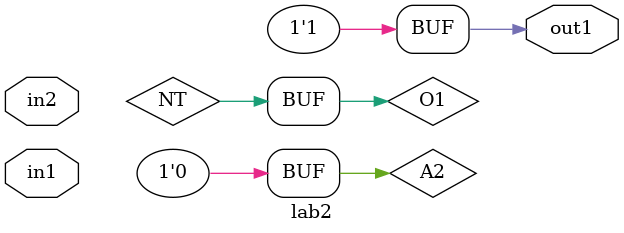
<source format=v>
/**************************************************************************************************
***												***
*** EE 526 L Experiment #2					Jaymish patel, Spring, 2021	***
***												***
*** Experiment #2  Change in Waveform due to delay						***
***												***
***************************************************************************************************
***  Filename: lab2_3.v				     	      Created by Jaymish patel, 2/9/21 	***
***    --- revision history, if any, goes here ---						***
***************************************************************************************************
*** This module models the case 4 of the given circuit in the lab manual			***
***												***
**************************************************************************************************/
`timescale 1 ns / 100ps

//defination of constant
`define PRIMARY_OUT	5
`define FAN_OUT_1	0.5
`define FAN_OUT_2	1
`define FAN_OUT_3	1.5
`define TIME_DELAY_1	1
`define TIME_DELAY_2	2
`define TIME_DELAY_3	3
`define TIME_DELAY_4	4

module lab2(in1, in2, out1);
//out1 - output signal
//in1, in2 - input signals


	//declaring the inputs output and wires used
	input in1,in2;
	output out1;
	wire NT,A1,A2,O1;

	//model of the circuit 
	not #(`TIME_DELAY_1 + `FAN_OUT_3) NOT1(NT,in1);
	and #(`TIME_DELAY_2 + `FAN_OUT_1) AND1(A1,in2,in1);
	and #(`TIME_DELAY_2 + `FAN_OUT_2) AND2(A2,in1,NT);
	or #(`TIME_DELAY_2 + `FAN_OUT_1) OR1(O1,A2,NT);
	nand #(`TIME_DELAY_4 + `PRIMARY_OUT) NAND1(out1,NT,A1,A2,O1);

endmodule

</source>
